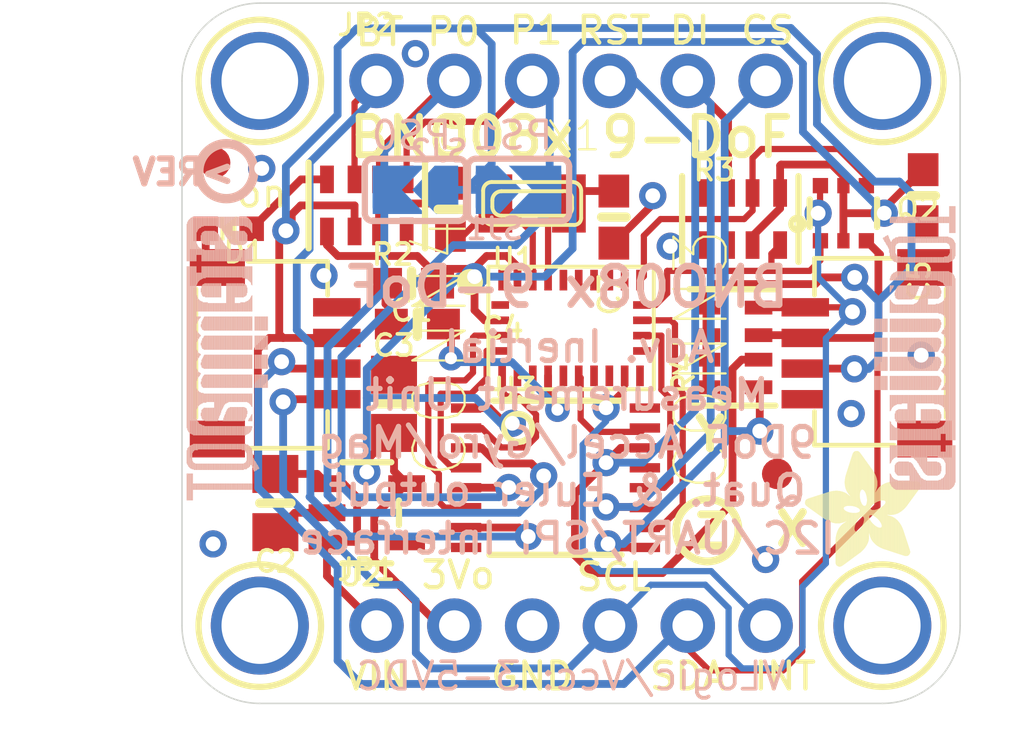
<source format=kicad_pcb>
(kicad_pcb (version 20211014) (generator pcbnew)
  (layers (0 "F.Cu" signal) (31 "B.Cu" signal) (34 "B.Paste" user) (35 "F.Paste" user) (36 "B.SilkS" user "B.Silkscreen") (37 "F.SilkS" user "F.Silkscreen") (38 "B.Mask" user) (39 "F.Mask" user) (44 "Edge.Cuts" user))
  (net 0 "")
  (net 1 "GND")
  (net 2 "SDA/MISO/TX")
  (net 3 "SCL/SCK/RX")
  (net 4 "SCL_3V")
  (net 5 "SDA_3V")
  (net 6 "3.3V")
  (net 7 "INT")
  (net 8 "VCC")
  (net 9 "N$1")
  (net 10 "CAP")
  (net 11 "XIN")
  (net 12 "XOUT")
  (net 13 "RST_3V")
  (net 14 "PS1")
  (net 15 "PS0")
  (net 16 "RST")
  (net 17 "MOSI_3V")
  (net 18 "CS_3V")
  (net 19 "MOSI")
  (net 20 "BOOT")
  (net 21 "BOOT_3V")
  (net 22 "PS1_3V")
  (net 23 "PS0_3V")
  (net 24 "CS")
  (footprint "boardEagle:TSSOP16" (layer "F.Cu") (at 147.9931 109.0676 -90)
    (fp_text reference "U3")
    (fp_text value "74AHC4050")
  )
  (footprint "boardEagle:SOT363" (layer "F.Cu") (at 157.3911 100.4316)
    (fp_text reference "Q2")
    (fp_text value "BSS138")
  )
  (footprint "boardEagle:RESPACK_4X0603" (layer "F.Cu") (at 153.7716 104.8131 90)
    (fp_text reference "R4")
    (fp_text value "10K")
  )
  (footprint "boardEagle:RESPACK_4X0603" (layer "F.Cu") (at 141.8336 100.1776 180)
    (fp_text reference "R2")
    (fp_text value "10K")
  )
  (footprint "boardEagle:SOT23-5" (layer "F.Cu") (at 141.8336 110.2106 -90)
    (fp_text reference "U2")
    (fp_text value "AP2112K-3.3")
  )
  (footprint "boardEagle:1X06_ROUND_70" (layer "F.Cu") (at 148.5011 96.1136)
    (fp_text reference "JP2")
    (fp_text value "")
  )
  (footprint "boardEagle:0805-NO" (layer "F.Cu") (at 142.7226 106.6546 90)
    (fp_text reference "C3")
    (fp_text value "10uF")
  )
  (footprint "boardEagle:FIDUCIAL_1MM" (layer "F.Cu") (at 155.2321 108.9406)
    (fp_text reference "FID4" hide)
    (fp_text value "FIDUCIAL_1MM" hide)
  )
  (footprint "boardEagle:0603-NO" (layer "F.Cu") (at 159.9946 99.8601 -90)
    (fp_text reference "C5")
    (fp_text value "0.1uF")
  )
  (footprint "boardEagle:0603-NO" (layer "F.Cu") (at 144.5641 100.3046 90)
    (fp_text reference "C6")
    (fp_text value "22pF")
  )
  (footprint "boardEagle:ADAFRUIT_3.5MM" (layer "F.Cu") (at 159.9311 111.9886 90)
    (fp_text reference "U$22" hide)
    (fp_text value "" hide)
  )
  (footprint "boardEagle:MOUNTINGHOLE_2.5_PLATED" (layer "F.Cu") (at 138.3411 113.8936)
    (fp_text reference "U$19" hide)
    (fp_text value "MOUNTINGHOLE2.5" hide)
  )
  (footprint "boardEagle:0603-NO" (layer "F.Cu") (at 149.8981 100.5586 -90)
    (fp_text reference "C7")
    (fp_text value "22pF")
  )
  (footprint "boardEagle:JST_SH4" (layer "F.Cu") (at 158.6611 105.0036 90)
    (fp_text reference "CONN3")
    (fp_text value "STEMMA_I2C_QT" hide)
  )
  (footprint "boardEagle:RESPACK_4X0603" (layer "F.Cu") (at 154.0256 100.6221)
    (fp_text reference "R3")
    (fp_text value "10K")
  )
  (footprint "boardEagle:1X06_ROUND_70" (layer "F.Cu") (at 148.5011 113.8936)
    (fp_text reference "JP1")
    (fp_text value "")
  )
  (footprint "boardEagle:XTAL3215" (layer "F.Cu") (at 147.2311 100.1141 180)
    (fp_text reference "X1")
    (fp_text value "32.768")
  )
  (footprint "boardEagle:JST_SH4" (layer "F.Cu") (at 138.3411 105.0036 -90)
    (fp_text reference "CONN4")
    (fp_text value "STEMMA_I2C_QT" hide)
  )
  (footprint "boardEagle:FIDUCIAL_1MM" (layer "F.Cu") (at 136.8806 98.7806)
    (fp_text reference "FID3" hide)
    (fp_text value "FIDUCIAL_1MM" hide)
  )
  (footprint "boardEagle:0603-NO" (layer "F.Cu") (at 143.2941 102.7176 180)
    (fp_text reference "C1")
    (fp_text value "0.1uF")
  )
  (footprint "boardEagle:0805-NO" (layer "F.Cu") (at 138.8491 109.8931 -90)
    (fp_text reference "C2")
    (fp_text value "10uF")
  )
  (footprint "boardEagle:BNO080" (layer "F.Cu") (at 148.5011 104.1781)
    (fp_text reference "U1")
    (fp_text value "BNO080")
  )
  (footprint "boardEagle:MOUNTINGHOLE_2.5_PLATED" (layer "F.Cu") (at 138.3411 96.1136)
    (fp_text reference "U$1" hide)
    (fp_text value "MOUNTINGHOLE2.5" hide)
  )
  (footprint "boardEagle:0603-NO" (layer "F.Cu") (at 143.4846 104.0511)
    (fp_text reference "C4")
    (fp_text value "0.1uF")
  )
  (footprint "boardEagle:CHIPLED_0603_NOOUTLINE" (layer "F.Cu") (at 137.3251 100.9396 90)
    (fp_text reference "D1")
    (fp_text value "GREEN")
  )
  (footprint "boardEagle:MOUNTINGHOLE_2.5_PLATED" (layer "F.Cu") (at 158.6611 96.1136)
    (fp_text reference "U$17" hide)
    (fp_text value "MOUNTINGHOLE2.5" hide)
  )
  (footprint "boardEagle:MOUNTINGHOLE_2.5_PLATED" (layer "F.Cu") (at 158.6611 113.8936)
    (fp_text reference "U$21" hide)
    (fp_text value "MOUNTINGHOLE2.5" hide)
  )
  (footprint "boardEagle:SOLDERJUMPER_ARROW_NOPASTE" (layer "B.Cu") (at 143.4211 99.6696 180)
    (fp_text reference "SJ2")
    (fp_text value "PS0")
  )
  (footprint "boardEagle:PCBFEAT-REV-040" (layer "B.Cu") (at 137.2489 99.06 180)
    (fp_text reference "U$25" hide)
    (fp_text value "" hide)
  )
  (footprint "boardEagle:STEMMAQT" (layer "B.Cu") (at 138.5951 100.5586 -90)
    (fp_text reference "U$31" hide)
    (fp_text value "" hide)
  )
  (footprint "boardEagle:STEMMAQT" (layer "B.Cu") (at 158.4071 109.4486 90)
    (fp_text reference "U$30" hide)
    (fp_text value "" hide)
  )
  (footprint "boardEagle:SOLDERJUMPER_ARROW_NOPASTE" (layer "B.Cu") (at 146.7866 99.6696)
    (fp_text reference "SJ1")
    (fp_text value "PS1")
  )
  (gr_arc (start 151.9341 110.7831) (mid 152.23168 110.06468) (end 152.9501 109.7671) (layer "F.SilkS") (width 0.254))
  (gr_arc (start 152.9501 111.7991) (mid 152.23168 111.50152) (end 151.9341 110.7831) (layer "F.SilkS") (width 0.254))
  (gr_arc (start 152.9501 109.7671) (mid 153.673733 110.059467) (end 153.9661 110.7831) (layer "F.SilkS") (width 0.254))
  (gr_arc (start 153.9661 110.7831) (mid 153.66852 111.50152) (end 152.9501 111.7991) (layer "F.SilkS") (width 0.254))
  (gr_line (start 135.8011 96.1136) (end 135.8011 113.8936) (layer "Edge.Cuts") (width 0.05))
  (gr_line (start 161.2011 113.8936) (end 161.2011 96.1136) (layer "Edge.Cuts") (width 0.05))
  (gr_line (start 138.3411 116.4336) (end 158.6611 116.4336) (layer "Edge.Cuts") (width 0.05))
  (gr_arc (start 158.6611 93.5736) (mid 160.457151 94.317549) (end 161.2011 96.1136) (layer "Edge.Cuts") (width 0.05))
  (gr_arc (start 135.8011 96.1136) (mid 136.545049 94.317549) (end 138.3411 93.5736) (layer "Edge.Cuts") (width 0.05))
  (gr_arc (start 161.2011 113.8936) (mid 160.457151 115.689651) (end 158.6611 116.4336) (layer "Edge.Cuts") (width 0.05))
  (gr_line (start 158.6611 93.5736) (end 138.3411 93.5736) (layer "Edge.Cuts") (width 0.05))
  (gr_arc (start 138.3411 116.4336) (mid 136.545049 115.689651) (end 135.8011 113.8936) (layer "Edge.Cuts") (width 0.05))
  (gr_text "PS0" (at 143.2941 97.8916) (layer "B.SilkS") (effects (font (size 0.89408 0.89408) (thickness 0.12192)) (justify mirror)))
  (gr_text "BNO08x 9-DoF" (at 148.3741 102.8446) (layer "B.SilkS") (effects (font (size 1.25222 1.25222) (thickness 0.22098)) (justify mirror)))
  (gr_text "Adv. Inertial \nMeasurement Unit\n9DoF Accel/Gyro/Mag\nQuat. & Euler output\nI2C/UART/SPI Interface" (at 148.3741 107.9246) (layer "B.SilkS") (effects (font (size 0.97155 0.97155) (thickness 0.17145)) (justify mirror)))
  (gr_text "VLogic/Vcc: 3-5VDC" (at 148.5011 115.5446) (layer "B.SilkS") (effects (font (size 0.89408 0.89408) (thickness 0.12192)) (justify mirror)))
  (gr_text "PS1" (at 146.5961 97.8916) (layer "B.SilkS") (effects (font (size 0.89408 0.89408) (thickness 0.12192)) (justify mirror)))
  (gr_text "CS" (at 154.9146 94.4626) (layer "F.SilkS") (effects (font (size 0.87376 0.87376) (thickness 0.14224))))
  (gr_text "INT" (at 155.4861 115.5446) (layer "F.SilkS") (effects (font (size 0.87376 0.87376) (thickness 0.14224))))
  (gr_text "SDA" (at 152.3111 115.5446) (layer "F.SilkS") (effects (font (size 0.87376 0.87376) (thickness 0.14224))))
  (gr_text "Y" (at 152.4341 108.2411) (layer "F.SilkS") (effects (font (size 1.016 1.016) (thickness 0.254)) (justify left bottom)))
  (gr_text "P1" (at 147.3581 94.4626) (layer "F.SilkS") (effects (font (size 0.87376 0.87376) (thickness 0.14224))))
  (gr_text "on" (at 137.5156 100.3046) (layer "F.SilkS") (effects (font (size 0.89408 0.89408) (thickness 0.12192)) (justify left bottom)))
  (gr_text "P0" (at 144.6657 94.5134) (layer "F.SilkS") (effects (font (size 0.87376 0.87376) (thickness 0.14224))))
  (gr_text "X" (at 156.3791 110.1481) (layer "F.SilkS") (effects (font (size 1.016 1.016) (thickness 0.254)) (justify right top)))
  (gr_text "GND" (at 147.2311 115.5446) (layer "F.SilkS") (effects (font (size 0.87376 0.87376) (thickness 0.14224))))
  (gr_text "3Vo" (at 144.8181 112.2426) (layer "F.SilkS") (effects (font (size 0.87376 0.87376) (thickness 0.14224))))
  (gr_text "DI" (at 152.3746 94.4626) (layer "F.SilkS") (effects (font (size 0.87376 0.87376) (thickness 0.14224))))
  (gr_text "Z" (at 152.4341 111.4161) (layer "F.SilkS") (effects (font (size 1.016 1.016) (thickness 0.254)) (justify left bottom)))
  (gr_text "BT" (at 142.2527 94.5134) (layer "F.SilkS") (effects (font (size 0.87376 0.87376) (thickness 0.14224))))
  (gr_text "BNO08x 9-DoF" (at 148.5011 97.9551) (layer "F.SilkS") (effects (font (size 1.25222 1.25222) (thickness 0.22098))))
  (gr_text "RST" (at 149.8981 94.4626) (layer "F.SilkS") (effects (font (size 0.87376 0.87376) (thickness 0.14224))))
  (gr_text "SCL" (at 149.8981 112.3061) (layer "F.SilkS") (effects (font (size 0.87376 0.87376) (thickness 0.14224))))
  (gr_text "VIN" (at 142.1511 115.5446) (layer "F.SilkS") (effects (font (size 0.87376 0.87376) (thickness 0.14224))))
  (segment (start 136.5751 101.8236) (end 136.9551 102.2036) (width 0.254) (layer "F.Cu") (net 1))
  (segment (start 139.4816 110.2106) (end 138.8491 110.8431) (width 0.254) (layer "F.Cu") (net 1))
  (segment (start 143.9046 100.1141) (end 144.5641 99.4546) (width 0.254) (layer "F.Cu") (net 1))
  (segment (start 151.1681 100.1386) (end 151.1681 99.8601) (width 0.254) (layer "F.Cu") (net 1))
  (segment (start 142.2336 100.1141) (end 143.9046 100.1141) (width 0.254) (layer "F.Cu") (net 1))
  (segment (start 142.6346 103.5821) (end 142.4441 103.3916) (width 0.254) (layer "F.Cu") (net 1))
  (segment (start 142.4441 103.3916) (end 142.4441 102.7176) (width 0.254) (layer "F.Cu") (net 1))
  (segment (start 136.5751 100.9396) (end 136.5751 101.8236) (width 0.254) (layer "F.Cu") (net 1))
  (segment (start 142.6346 104.0511) (end 142.6346 103.5821) (width 0.254) (layer "F.Cu") (net 1))
  (segment (start 142.2336 101.0276) (end 142.2336 100.1141) (width 0.254) (layer "F.Cu") (net 1))
  (segment (start 140.5335 110.2106) (end 139.4816 110.2106) (width 0.254) (layer "F.Cu") (net 1))
  (segment (start 149.8981 101.4086) (end 151.1681 100.1386) (width 0.254) (layer "F.Cu") (net 1))
  (via (at 140.4366 102.4636) (size 0.889) (drill 0.4826) (layers "F.Cu" "B.Cu") (net 1))
  (via (at 159.9311 105.0671) (size 0.889) (drill 0.4826) (layers "F.Cu" "B.Cu") (net 1))
  (via (at 138.4046 98.9711) (size 0.889) (drill 0.4826) (layers "F.Cu" "B.Cu") (net 1))
  (via (at 157.6451 106.9721) (size 0.889) (drill 0.4826) (layers "F.Cu" "B.Cu") (net 1))
  (via (at 136.8171 111.2266) (size 0.889) (drill 0.4826) (layers "F.Cu" "B.Cu") (net 1))
  (via (at 151.1681 99.8601) (size 0.889) (drill 0.4826) (layers "F.Cu" "B.Cu") (net 1))
  (via (at 154.8511 111.7346) (size 0.889) (drill 0.4826) (layers "F.Cu" "B.Cu") (net 1))
  (via (at 151.7396 101.5111) (size 0.889) (drill 0.4826) (layers "F.Cu" "B.Cu") (net 1))
  (via (at 143.4211 95.2246) (size 0.889) (drill 0.4826) (layers "F.Cu" "B.Cu") (net 1))
  (segment (start 152.3111 114.6556) (end 153.0096 115.3541) (width 0.2032) (layer "F.Cu") (net 2))
  (segment (start 156.0566 104.4131) (end 156.1471 104.5036) (width 0.254) (layer "F.Cu") (net 2))
  (segment (start 158.50235 104.40035) (end 158.3991 104.5036) (width 0.254) (layer "F.Cu") (net 2))
  (segment (start 158.5341 101.7761) (end 158.5341 104.3686) (width 0.254) (layer "F.Cu") (net 2))
  (segment (start 158.3991 104.5036) (end 156.1471 104.5036) (width 0.254) (layer "F.Cu") (net 2))
  (segment (start 152.3111 113.8936) (end 152.3111 114.6556) (width 0.2032) (layer "F.Cu") (net 2))
  (segment (start 158.50235 109.98835) (end 158.50235 104.40035) (width 0.2032) (layer "F.Cu") (net 2))
  (segment (start 158.1411 101.3316) (end 158.5856 101.7761) (width 0.254) (layer "F.Cu") (net 2))
  (segment (start 155.4226 115.3541) (end 156.0449 114.7318) (width 0.2032) (layer "F.Cu") (net 2))
  (segment (start 139.2776 105.5036) (end 139.0523 105.2783) (width 0.254) (layer "F.Cu") (net 2))
  (segment (start 156.0449 114.7318) (end 156.0449 112.4458) (width 0.2032) (layer "F.Cu") (net 2))
  (segment (start 140.8551 105.5036) (end 139.2776 105.5036) (width 0.254) (layer "F.Cu") (net 2))
  (segment (start 156.0449 112.4458) (end 158.50235 109.98835) (width 0.2032) (layer "F.Cu") (net 2))
  (segment (start 158.5341 101.7761) (end 158.5856 101.7761) (width 0.254) (layer "F.Cu") (net 2))
  (segment (start 154.6216 104.4131) (end 156.0566 104.4131) (width 0.254) (layer "F.Cu") (net 2))
  (segment (start 158.5341 104.3686) (end 158.50235 104.40035) (width 0.254) (layer "F.Cu") (net 2))
  (segment (start 153.0096 115.3541) (end 155.4226 115.3541) (width 0.2032) (layer "F.Cu") (net 2))
  (via (at 139.0523 105.2783) (size 0.889) (drill 0.4826) (layers "F.Cu" "B.Cu") (net 2))
  (segment (start 138.2903 109.3978) (end 140.8811 111.9886) (width 0.254) (layer "B.Cu") (net 2))
  (segment (start 138.2903 106.0403) (end 138.2903 109.3978) (width 0.254) (layer "B.Cu") (net 2))
  (segment (start 141.6431 115.7986) (end 150.225312 115.7986) (width 0.254) (layer "B.Cu") (net 2))
  (segment (start 139.0523 105.2783) (end 138.2903 106.0403) (width 0.254) (layer "B.Cu") (net 2))
  (segment (start 152.130312 113.8936) (end 152.3111 113.8936) (width 0.254) (layer "B.Cu") (net 2))
  (segment (start 150.225312 115.7986) (end 152.130312 113.8936) (width 0.254) (layer "B.Cu") (net 2))
  (segment (start 140.8811 111.9886) (end 140.8811 115.0366) (width 0.254) (layer "B.Cu") (net 2))
  (segment (start 140.8811 115.0366) (end 141.6431 115.7986) (width 0.254) (layer "B.Cu") (net 2))
  (segment (start 157.5421 103.5036) (end 156.1471 103.5036) (width 0.2032) (layer "F.Cu") (net 3))
  (segment (start 139.1906 106.5036) (end 139.1031 106.5911) (width 0.254) (layer "F.Cu") (net 3))
  (segment (start 156.6411 99.5316) (end 156.6291 99.5436) (width 0.2032) (layer "F.Cu") (net 3))
  (segment (start 154.6216 103.5131) (end 154.6311 103.5036) (width 0.254) (layer "F.Cu") (net 3))
  (segment (start 156.5656 100.4316) (end 156.6291 100.3681) (width 0.2032) (layer "F.Cu") (net 3))
  (segment (start 140.8551 106.5036) (end 139.1906 106.5036) (width 0.254) (layer "F.Cu") (net 3))
  (segment (start 157.687153 103.648654) (end 157.5421 103.5036) (width 0.2032) (layer "F.Cu") (net 3))
  (segment (start 154.6311 103.5036) (end 155.9306 103.5036) (width 0.254) (layer "F.Cu") (net 3))
  (segment (start 156.6291 99.5436) (end 156.6291 100.3681) (width 0.2032) (layer "F.Cu") (net 3))
  (segment (start 155.9306 103.5036) (end 156.1471 103.5036) (width 0.2032) (layer "F.Cu") (net 3))
  (via (at 157.687153 103.648654) (size 0.889) (drill 0.4826) (layers "F.Cu" "B.Cu") (net 3))
  (via (at 156.5656 100.4316) (size 0.889) (drill 0.4826) (layers "F.Cu" "B.Cu") (net 3))
  (via (at 139.1031 106.5911) (size 0.889) (drill 0.4826) (layers "F.Cu" "B.Cu") (net 3))
  (segment (start 143.4338 113.0808) (end 143.4338 114.7826) (width 0.254) (layer "B.Cu") (net 3))
  (segment (start 156.0576 114.5921) (end 156.0576 112.6236) (width 0.2032) (layer "B.Cu") (net 3))
  (segment (start 139.1031 109.5121) (end 142.1511 112.5601) (width 0.254) (layer "B.Cu") (net 3))
  (segment (start 142.9131 112.5601) (end 143.4338 113.0808) (width 0.254) (layer "B.Cu") (net 3))
  (segment (start 154.0891 115.2906) (end 155.3591 115.2906) (width 0.2032) (layer "B.Cu") (net 3))
  (segment (start 148.4376 115.2906) (end 149.7711 113.9571) (width 0.254) (layer "B.Cu") (net 3))
  (segment (start 143.4338 114.7826) (end 143.9418 115.2906) (width 0.254) (layer "B.Cu") (net 3))
  (segment (start 149.7711 113.8936) (end 151.1046 112.5601) (width 0.2032) (layer "B.Cu") (net 3))
  (segment (start 156.8196 111.8616) (end 156.8196 104.516207) (width 0.2032) (layer "B.Cu") (net 3))
  (segment (start 142.1511 112.5601) (end 142.9131 112.5601) (width 0.254) (layer "B.Cu") (net 3))
  (segment (start 157.687153 103.648654) (end 156.5656 102.5271) (width 0.2032) (layer "B.Cu") (net 3))
  (segment (start 153.6446 113.3221) (end 153.6446 114.8461) (width 0.2032) (layer "B.Cu") (net 3))
  (segment (start 143.9418 115.2906) (end 148.4376 115.2906) (width 0.254) (layer "B.Cu") (net 3))
  (segment (start 153.6446 114.8461) (end 154.0891 115.2906) (width 0.2032) (layer "B.Cu") (net 3))
  (segment (start 139.1031 106.5911) (end 139.1031 109.5121) (width 0.254) (layer "B.Cu") (net 3))
  (segment (start 156.8196 104.516207) (end 157.687153 103.648654) (width 0.2032) (layer "B.Cu") (net 3))
  (segment (start 155.3591 115.2906) (end 156.0576 114.5921) (width 0.2032) (layer "B.Cu") (net 3))
  (segment (start 156.0576 112.6236) (end 156.8196 111.8616) (width 0.2032) (layer "B.Cu") (net 3))
  (segment (start 149.7711 113.9571) (end 149.7711 113.8936) (width 0.254) (layer "B.Cu") (net 3))
  (segment (start 152.8826 112.5601) (end 153.6446 113.3221) (width 0.2032) (layer "B.Cu") (net 3))
  (segment (start 151.1046 112.5601) (end 152.8826 112.5601) (width 0.2032) (layer "B.Cu") (net 3))
  (segment (start 156.5656 100.4316) (end 156.5656 102.5271) (width 0.2032) (layer "B.Cu") (net 3))
  (segment (start 155.0416 101.7561) (end 155.0416 102.3141) (width 0.2032) (layer "F.Cu") (net 4))
  (segment (start 151.6391 102.3141) (end 151.6391 103.0471) (width 0.2032) (layer "F.Cu") (net 4))
  (segment (start 156.6411 101.3316) (end 156.6411 101.9666) (width 0.2032) (layer "F.Cu") (net 4))
  (segment (start 155.3256 101.4721) (end 155.0416 101.7561) (width 0.2032) (layer "F.Cu") (net 4))
  (segment (start 156.2936 102.3141) (end 155.0416 102.3141) (width 0.2032) (layer "F.Cu") (net 4))
  (segment (start 156.6411 101.9666) (end 156.2936 102.3141) (width 0.2032) (layer "F.Cu") (net 4))
  (segment (start 155.0416 102.3141) (end 151.6391 102.3141) (width 0.2032) (layer "F.Cu") (net 4))
  (segment (start 150.8136 103.4281) (end 151.2581 103.4281) (width 0.2032) (layer "F.Cu") (net 4))
  (segment (start 151.6391 103.0471) (end 151.2581 103.4281) (width 0.2032) (layer "F.Cu") (net 4))
  (segment (start 154.1526 100.6221) (end 154.4256 100.3491) (width 0.2032) (layer "F.Cu") (net 5))
  (segment (start 150.8781 101.1661) (end 151.4221 100.6221) (width 0.2032) (layer "F.Cu") (net 5))
  (segment (start 150.8781 101.1661) (end 150.8781 102.4886) (width 0.2032) (layer "F.Cu") (net 5))
  (segment (start 154.7241 98.3361) (end 154.4256 98.6346) (width 0.2032) (layer "F.Cu") (net 5))
  (segment (start 150.7511 102.6156) (end 150.8781 102.4886) (width 0.2032) (layer "F.Cu") (net 5))
  (segment (start 154.4256 98.6346) (end 154.4256 99.7721) (width 0.2032) (layer "F.Cu") (net 5))
  (segment (start 158.1411 99.5316) (end 158.1411 99.2131) (width 0.254) (layer "F.Cu") (net 5))
  (segment (start 157.2641 98.3361) (end 154.7241 98.3361) (width 0.2032) (layer "F.Cu") (net 5))
  (segment (start 158.1411 99.2131) (end 157.2641 98.3361) (width 0.254) (layer "F.Cu") (net 5))
  (segment (start 154.4256 100.3491) (end 154.4256 99.7721) (width 0.2032) (layer "F.Cu") (net 5))
  (segment (start 151.4221 100.6221) (end 154.1526 100.6221) (width 0.2032) (layer "F.Cu") (net 5))
  (segment (start 155.3256 98.8776) (end 155.3591 98.8441) (width 0.254) (layer "F.Cu") (net 6))
  (segment (start 140.8901 101.8286) (end 140.5336 101.4721) (width 0.254) (layer "F.Cu") (net 6))
  (segment (start 144.207225 113.8936) (end 142.0765 111.762875) (width 0.254) (layer "F.Cu") (net 6))
  (segment (start 155.3591 98.8441) (end 157.0101 98.8441) (width 0.254) (layer "F.Cu") (net 6))
  (segment (start 154.4256 101.1746) (end 154.4256 101.4721) (width 0.254) (layer "F.Cu") (net 6))
  (segment (start 146.1886 103.9281) (end 145.6806 103.9281) (width 0.254) (layer "F.Cu") (net 6))
  (segment (start 145.3261 102.2486) (end 145.0721 102.5026) (width 0.254) (layer "F.Cu") (net 6))
  (segment (start 158.7246 100.4316) (end 157.4546 100.4316) (width 0.254) (layer "F.Cu") (net 6))
  (segment (start 155.3256 100.2746) (end 154.4256 101.1746) (width 0.254) (layer "F.Cu") (net 6))
  (segment (start 146.3343 107.2896) (end 145.8373 106.7926) (width 0.254) (layer "F.Cu") (net 6))
  (segment (start 145.0721 102.5026) (end 145.3506 102.5026) (width 0.254) (layer "F.Cu") (net 6))
  (segment (start 158.7246 100.2801) (end 158.7246 100.4316) (width 0.254) (layer "F.Cu") (net 6))
  (segment (start 157.0101 98.8441) (end 157.3911 99.2251) (width 0.254) (layer "F.Cu") (net 6))
  (segment (start 157.3911 101.3316) (end 157.3911 100.3681) (width 0.254) (layer "F.Cu") (net 6))
  (segment (start 143.9046 102.2486) (end 144.6131 102.2486) (width 0.254) (layer "F.Cu") (net 6))
  (segment (start 142.7226 108.8495) (end 142.7226 107.6046) (width 0.254) (layer "F.Cu") (net 6))
  (segment (start 145.0753 106.7926) (end 145.8373 106.7926) (width 0.254) (layer "F.Cu") (net 6))
  (segment (start 157.3911 99.2251) (end 157.3911 99.5316) (width 0.254) (layer "F.Cu") (net 6))
  (segment (start 143.1337 109.2606) (end 142.0765 110.3178) (width 0.254) (layer "F.Cu") (net 6))
  (segment (start 143.4846 101.8286) (end 143.9046 102.2486) (width 0.254) (layer "F.Cu") (net 6))
  (segment (start 157.3911 100.3681) (end 157.3911 99.5316) (width 0.254) (layer "F.Cu") (net 6))
  (segment (start 157.4546 100.4316) (end 157.3911 100.3681) (width 0.254) (layer "F.Cu") (net 6))
  (segment (start 159.9946 99.0101) (end 158.7246 100.2801) (width 0.254) (layer "F.Cu") (net 6))
  (segment (start 145.7461 101.8286) (end 145.3261 102.2486) (width 0.254) (layer "F.Cu") (net 6))
  (segment (start 142.7226 107.6046) (end 141.8336 108.4936) (width 0.254) (layer "F.Cu") (net 6))
  (segment (start 140.5336 101.0276) (end 140.5336 101.4721) (width 0.254) (layer "F.Cu") (net 6))
  (segment (start 142.0765 110.3178) (end 142.0765 111.762875) (width 0.254) (layer "F.Cu") (net 6))
  (segment (start 155.3256 99.7721) (end 155.3256 98.8776) (width 0.254) (layer "F.Cu") (net 6))
  (segment (start 155.3256 99.7721) (end 155.3256 100.2746) (width 0.254) (layer "F.Cu") (net 6))
  (segment (start 143.4846 101.8286) (end 140.8901 101.8286) (width 0.254) (layer "F.Cu") (net 6))
  (segment (start 144.6131 102.2486) (end 145.3261 102.2486) (width 0.254) (layer "F.Cu") (net 6))
  (segment (start 145.6806 103.9281) (end 145.3506 103.5981) (width 0.254) (layer "F.Cu") (net 6))
  (segment (start 141.8336 108.8771) (end 141.8336 108.4936) (width 0.254) (layer "F.Cu") (net 6))
  (segment (start 145.3506 103.5981) (end 145.3506 102.5026) (width 0.254) (layer "F.Cu") (net 6))
  (segment (start 146.7511 102.6156) (end 146.7511 102.1741) (width 0.254) (layer "F.Cu") (net 6))
  (segment (start 144.6911 113.8936) (end 144.207225 113.8936) (width 0.254) (layer "F.Cu") (net 6))
  (segment (start 146.4056 101.8286) (end 145.7461 101.8286) (width 0.254) (layer "F.Cu") (net 6))
  (segment (start 146.5834 107.2896) (end 146.3343 107.2896) (width 0.254) (layer "F.Cu") (net 6))
  (segment (start 143.1337 109.2606) (end 142.7226 108.8495) (width 0.254) (layer "F.Cu") (net 6))
  (segment (start 144.1441 102.7176) (end 144.6131 102.2486) (width 0.254) (layer "F.Cu") (net 6))
  (segment (start 146.7511 102.1741) (end 146.4056 101.8286) (width 0.254) (layer "F.Cu") (net 6))
  (via (at 145.3506 102.5026) (size 0.889) (drill 0.4826) (layers "F.Cu" "B.Cu") (net 6))
  (via (at 158.7246 100.4316) (size 0.889) (drill 0.4826) (layers "F.Cu" "B.Cu") (net 6))
  (via (at 146.5834 107.2896) (size 0.889) (drill 0.4826) (layers "F.Cu" "B.Cu") (net 6))
  (via (at 141.8336 108.8771) (size 0.889) (drill 0.4826) (layers "F.Cu" "B.Cu") (net 6))
  (segment (start 141.8336 106.4641) (end 141.8336 108.8771) (width 0.254) (layer "B.Cu") (net 6))
  (segment (start 148.8821 94.8436) (end 155.3591 94.8436) (width 0.254) (layer "B.Cu") (net 6))
  (segment (start 144.8426 102.5026) (end 141.8336 105.5116) (width 0.254) (layer "B.Cu") (net 6))
  (segment (start 155.3591 94.8436) (end 156.0703 95.5548) (width 0.254) (layer "B.Cu") (net 6))
  (segment (start 148.5519 95.1738) (end 148.8821 94.8436) (width 0.254) (layer "B.Cu") (net 6))
  (segment (start 148.5519 101.5873) (end 148.5519 95.1738) (width 0.254) (layer "B.Cu") (net 6))
  (segment (start 146.5834 107.2896) (end 146.2024 107.2896) (width 0.254) (layer "B.Cu") (net 6))
  (segment (start 145.3506 102.5026) (end 144.8426 102.5026) (width 0.254) (layer "B.Cu") (net 6))
  (segment (start 156.0703 97.7773) (end 158.7246 100.4316) (width 0.254) (layer "B.Cu") (net 6))
  (segment (start 145.3769 106.4641) (end 141.8336 106.4641) (width 0.254) (layer "B.Cu") (net 6))
  (segment (start 148.5519 101.5873) (end 147.6366 102.5026) (width 0.254) (layer "B.Cu") (net 6))
  (segment (start 141.8336 105.5116) (end 141.8336 106.4641) (width 0.254) (layer "B.Cu") (net 6))
  (segment (start 146.2024 107.2896) (end 145.3769 106.4641) (width 0.254) (layer "B.Cu") (net 6))
  (segment (start 156.0703 95.5548) (end 156.0703 97.7773) (width 0.254) (layer "B.Cu") (net 6))
  (segment (start 145.3506 102.5026) (end 147.6366 102.5026) (width 0.254) (layer "B.Cu") (net 6))
  (segment (start 150.2511 105.7406) (end 150.2511 106.1746) (width 0.2032) (layer "F.Cu") (net 7))
  (segment (start 150.2511 106.1746) (end 149.6441 106.7816) (width 0.2032) (layer "F.Cu") (net 7))
  (via (at 149.6441 106.7816) (size 0.889) (drill 0.4826) (layers "F.Cu" "B.Cu") (net 7))
  (segment (start 148.8821 111.5441) (end 149.4536 112.1156) (width 0.2032) (layer "B.Cu") (net 7))
  (segment (start 149.6441 107.2261) (end 148.8821 107.9881) (width 0.2032) (layer "B.Cu") (net 7))
  (segment (start 153.0731 112.1156) (end 154.8511 113.8936) (width 0.2032) (layer "B.Cu") (net 7))
  (segment (start 149.6441 106.7816) (end 149.6441 107.2261) (width 0.2032) (layer "B.Cu") (net 7))
  (segment (start 149.4536 112.1156) (end 153.0731 112.1156) (width 0.2032) (layer "B.Cu") (net 7))
  (segment (start 148.8821 107.9881) (end 148.8821 111.5441) (width 0.2032) (layer "B.Cu") (net 7))
  (segment (start 152.9216 104.4131) (end 152.9216 103.5131) (width 0.254) (layer "F.Cu") (net 8))
  (segment (start 138.2776 108.3716) (end 138.8491 108.9431) (width 0.254) (layer "F.Cu") (net 8))
  (segment (start 140.8551 104.5036) (end 139.1031 104.5036) (width 0.254) (layer "F.Cu") (net 8))
  (segment (start 152.9216 106.1131) (end 152.9216 105.2131) (width 0.254) (layer "F.Cu") (net 8))
  (segment (start 138.9761 104.3766) (end 139.1031 104.5036) (width 0.254) (layer "F.Cu") (net 8))
  (segment (start 139.3825 100.8126) (end 139.3825 100.4697) (width 0.254) (layer "F.Cu") (net 8))
  (segment (start 139.1031 104.5036) (end 138.6506 104.5036) (width 0.254) (layer "F.Cu") (net 8))
  (segment (start 156.472462 102.7459) (end 156.691262 102.5271) (width 0.254) (layer "F.Cu") (net 8))
  (segment (start 140.5335 112.276) (end 140.5335 111.1606) (width 0.254) (layer "F.Cu") (net 8))
  (segment (start 156.1471 105.5036) (end 157.74505 105.5036) (width 0.254) (layer "F.Cu") (net 8))
  (segment (start 139.192 101.0031) (end 139.3825 100.8126) (width 0.254) (layer "F.Cu") (net 8))
  (segment (start 140.5335 109.2606) (end 140.216 108.9431) (width 0.254) (layer "F.Cu") (net 8))
  (segment (start 139.6746 100.1776) (end 139.3825 100.4697) (width 0.254) (layer "F.Cu") (net 8))
  (segment (start 156.691262 102.5271) (end 157.7594 102.5271) (width 0.254) (layer "F.Cu") (net 8))
  (segment (start 140.216 108.9431) (end 138.8491 108.9431) (width 0.254) (layer "F.Cu") (net 8))
  (segment (start 141.4336 100.1776) (end 139.6746 100.1776) (width 0.254) (layer "F.Cu") (net 8))
  (segment (start 157.74505 105.5036) (end 157.75305 105.5116) (width 0.254) (layer "F.Cu") (net 8))
  (segment (start 138.6506 104.5036) (end 138.2776 104.8766) (width 0.254) (layer "F.Cu") (net 8))
  (segment (start 152.9216 103.5131) (end 152.9216 102.9961) (width 0.254) (layer "F.Cu") (net 8))
  (segment (start 153.1718 102.7459) (end 156.472462 102.7459) (width 0.254) (layer "F.Cu") (net 8))
  (segment (start 139.192 101.0031) (end 138.9761 101.219) (width 0.254) (layer "F.Cu") (net 8))
  (segment (start 138.9761 101.219) (end 138.9761 104.3766) (width 0.254) (layer "F.Cu") (net 8))
  (segment (start 152.9216 102.9961) (end 153.1718 102.7459) (width 0.254) (layer "F.Cu") (net 8))
  (segment (start 141.0716 109.2606) (end 140.5335 109.2606) (width 0.254) (layer "F.Cu") (net 8))
  (segment (start 141.5161 109.7051) (end 141.5161 111.0971) (width 0.254) (layer "F.Cu") (net 8))
  (segment (start 138.2776 104.8766) (end 138.2776 108.3716) (width 0.254) (layer "F.Cu") (net 8))
  (segment (start 141.5161 111.0971) (end 141.4526 111.1606) (width 0.254) (layer "F.Cu") (net 8))
  (segment (start 141.4336 101.0276) (end 141.4336 100.1776) (width 0.254) (layer "F.Cu") (net 8))
  (segment (start 141.0716 109.2606) (end 141.5161 109.7051) (width 0.254) (layer "F.Cu") (net 8))
  (segment (start 152.9216 105.2131) (end 152.9216 104.4131) (width 0.254) (layer "F.Cu") (net 8))
  (segment (start 142.1511 113.8936) (end 140.5335 112.276) (width 0.254) (layer "F.Cu") (net 8))
  (segment (start 141.4526 111.1606) (end 140.5335 111.1606) (width 0.254) (layer "F.Cu") (net 8))
  (via (at 139.192 101.0031) (size 0.889) (drill 0.4826) (layers "F.Cu" "B.Cu") (net 8))
  (via (at 157.7594 102.5271) (size 0.889) (drill 0.4826) (layers "F.Cu" "B.Cu") (net 8))
  (via (at 157.75305 105.5116) (size 0.889) (drill 0.4826) (layers "F.Cu" "B.Cu") (net 8))
  (segment (start 157.7594 102.5271) (end 158.5341 103.3018) (width 0.254) (layer "B.Cu") (net 8))
  (segment (start 157.75305 105.5116) (end 158.2166 105.5116) (width 0.254) (layer "B.Cu") (net 8))
  (segment (start 158.5341 103.3018) (end 159.6136 102.2223) (width 0.254) (layer "B.Cu") (net 8))
  (segment (start 159.6136 99.7966) (end 159.2166 99.3996) (width 0.254) (layer "B.Cu") (net 8))
  (segment (start 145.399312 94.3991) (end 145.386612 94.3864) (width 0.254) (layer "B.Cu") (net 8))
  (segment (start 141.506387 94.3991) (end 140.8811 95.024388) (width 0.254) (layer "B.Cu") (net 8))
  (segment (start 140.8811 97.221857) (end 139.192 98.910957) (width 0.254) (layer "B.Cu") (net 8))
  (segment (start 145.9103 94.910088) (end 145.399312 94.3991) (width 0.254) (layer "B.Cu") (net 8))
  (segment (start 144.4371 99.6696) (end 145.0721 99.6696) (width 0.254) (layer "B.Cu") (net 8))
  (segment (start 159.2166 99.3996) (end 158.408437 99.3996) (width 0.254) (layer "B.Cu") (net 8))
  (segment (start 155.675481 94.3864) (end 156.5275 95.238419) (width 0.254) (layer "B.Cu") (net 8))
  (segment (start 139.192 98.910957) (end 139.192 101.0031) (width 0.254) (layer "B.Cu") (net 8))
  (segment (start 145.0721 99.6696) (end 145.7706 99.6696) (width 0.254) (layer "B.Cu") (net 8))
  (segment (start 156.5275 97.518663) (end 156.5275 95.238419) (width 0.254) (layer "B.Cu") (net 8))
  (segment (start 141.506387 94.3991) (end 145.399312 94.3991) (width 0.254) (layer "B.Cu") (net 8))
  (segment (start 158.5341 105.1941) (end 158.5341 103.3018) (width 0.254) (layer "B.Cu") (net 8))
  (segment (start 158.408437 99.3996) (end 156.5275 97.518663) (width 0.254) (layer "B.Cu") (net 8))
  (segment (start 145.386612 94.3864) (end 155.675481 94.3864) (width 0.254) (layer "B.Cu") (net 8))
  (segment (start 159.6136 102.2223) (end 159.6136 99.7966) (width 0.254) (layer "B.Cu") (net 8))
  (segment (start 145.9103 98.8314) (end 145.9103 94.910088) (width 0.254) (layer "B.Cu") (net 8))
  (segment (start 145.0721 99.6696) (end 145.9103 98.8314) (width 0.254) (layer "B.Cu") (net 8))
  (segment (start 140.8811 95.024388) (end 140.8811 97.221857) (width 0.254) (layer "B.Cu") (net 8))
  (segment (start 158.2166 105.5116) (end 158.5341 105.1941) (width 0.254) (layer "B.Cu") (net 8))
  (segment (start 139.6871 99.3276) (end 138.0751 100.9396) (width 0.254) (layer "F.Cu") (net 9))
  (segment (start 140.5336 99.3276) (end 139.6871 99.3276) (width 0.254) (layer "F.Cu") (net 9))
  (segment (start 144.580537 104.297038) (end 144.580537 105.16635) (width 0.254) (layer "F.Cu") (net 10))
  (segment (start 148.0566 106.8451) (end 147.7511 106.5396) (width 0.254) (layer "F.Cu") (net 10))
  (segment (start 147.7511 106.5396) (end 147.7511 105.7406) (width 0.254) (layer "F.Cu") (net 10))
  (segment (start 144.3346 104.0511) (end 144.580537 104.297038) (width 0.254) (layer "F.Cu") (net 10))
  (via (at 144.580537 105.16635) (size 0.8001) (drill 0.3937) (layers "F.Cu" "B.Cu") (net 10))
  (via (at 148.0566 106.8451) (size 0.8001) (drill 0.3937) (layers "F.Cu" "B.Cu") (net 10))
  (segment (start 146.56835 105.29335) (end 144.707537 105.29335) (width 0.254) (layer "B.Cu") (net 10))
  (segment (start 148.0566 106.7816) (end 146.56835 105.29335) (width 0.254) (layer "B.Cu") (net 10))
  (segment (start 148.0566 106.8451) (end 148.0566 106.7816) (width 0.254) (layer "B.Cu") (net 10))
  (segment (start 144.580537 105.16635) (end 144.707537 105.29335) (width 0.254) (layer "B.Cu") (net 10))
  (segment (start 144.5641 101.1546) (end 144.9906 101.1546) (width 0.2032) (layer "F.Cu") (net 11))
  (segment (start 147.2511 101.0866) (end 146.2786 100.1141) (width 0.2032) (layer "F.Cu") (net 11))
  (segment (start 146.2786 100.1141) (end 146.0311 100.1141) (width 0.2032) (layer "F.Cu") (net 11))
  (segment (start 147.2511 102.6156) (end 147.2511 101.0866) (width 0.2032) (layer "F.Cu") (net 11))
  (segment (start 144.9906 101.1546) (end 146.0311 100.1141) (width 0.2032) (layer "F.Cu") (net 11))
  (segment (start 148.18035 100.23785) (end 148.30735 100.23785) (width 0.2032) (layer "F.Cu") (net 12))
  (segment (start 148.4311 100.1141) (end 148.30735 100.23785) (width 0.2032) (layer "F.Cu") (net 12))
  (segment (start 147.7511 102.6156) (end 147.7511 100.6671) (width 0.2032) (layer "F.Cu") (net 12))
  (segment (start 148.7096 99.7086) (end 148.18035 100.23785) (width 0.254) (layer "F.Cu") (net 12))
  (segment (start 149.8981 99.7086) (end 148.7096 99.7086) (width 0.254) (layer "F.Cu") (net 12))
  (segment (start 147.7511 100.6671) (end 148.18035 100.23785) (width 0.2032) (layer "F.Cu") (net 12))
  (segment (start 150.7839 107.5696) (end 149.2256 107.5696) (width 0.2032) (layer "F.Cu") (net 13))
  (segment (start 150.7839 107.5696) (end 150.9109 107.4426) (width 0.2032) (layer "F.Cu") (net 13))
  (segment (start 148.8146 105.8041) (end 148.8146 107.1586) (width 0.2032) (layer "F.Cu") (net 13))
  (segment (start 148.8146 107.1586) (end 149.2256 107.5696) (width 0.2032) (layer "F.Cu") (net 13))
  (segment (start 148.7511 105.7406) (end 148.8146 105.8041) (width 0.2032) (layer "F.Cu") (net 13))
  (segment (start 145.8976 97.4471) (end 147.2311 96.1136) (width 0.2032) (layer "F.Cu") (net 14))
  (segment (start 143.7386 97.4471) (end 145.8976 97.4471) (width 0.2032) (layer "F.Cu") (net 14))
  (segment (start 146.4616 109.3926) (end 145.0753 109.3926) (width 0.254) (layer "F.Cu") (net 14))
  (segment (start 143.1336 99.3276) (end 143.1336 98.0521) (width 0.2032) (layer "F.Cu") (net 14))
  (segment (start 143.1336 98.0521) (end 143.7386 97.4471) (width 0.2032) (layer "F.Cu") (net 14))
  (segment (start 146.4691 109.3851) (end 146.4616 109.3926) (width 0.254) (layer "F.Cu") (net 14))
  (via (at 146.4691 109.3851) (size 0.889) (drill 0.4826) (layers "F.Cu" "B.Cu") (net 14))
  (segment (start 141.0081 109.337694) (end 141.373006 109.7026) (width 0.254) (layer "B.Cu") (net 14))
  (segment (start 146.687493 101.4739) (end 146.692146 101.478554) (width 0.254) (layer "B.Cu") (net 14))
  (segment (start 144.6648 101.4739) (end 146.687493 101.4739) (width 0.254) (layer "B.Cu") (net 14))
  (segment (start 141.0081 109.337694) (end 141.0081 105.1306) (width 0.254) (layer "B.Cu") (net 14))
  (segment (start 146.1516 109.7026) (end 141.373006 109.7026) (width 0.254) (layer "B.Cu") (net 14))
  (segment (start 147.8026 96.6851) (end 147.8026 99.6696) (width 0.254) (layer "B.Cu") (net 14))
  (segment (start 146.692146 101.478554) (end 147.8026 100.3681) (width 0.254) (layer "B.Cu") (net 14))
  (segment (start 147.8026 100.3681) (end 147.8026 99.6696) (width 0.254) (layer "B.Cu") (net 14))
  (segment (start 147.2311 96.1136) (end 147.8026 96.6851) (width 0.254) (layer "B.Cu") (net 14))
  (segment (start 141.0081 105.1306) (end 144.6648 101.4739) (width 0.254) (layer "B.Cu") (net 14))
  (segment (start 146.1516 109.7026) (end 146.4691 109.3851) (width 0.254) (layer "B.Cu") (net 14))
  (segment (start 146.0913 108.6006) (end 145.5833 108.0926) (width 0.254) (layer "F.Cu") (net 15))
  (segment (start 142.2336 99.3276) (end 142.2336 98.377363) (width 0.2032) (layer "F.Cu") (net 15))
  (segment (start 143.5735 97.0407) (end 144.5006 96.1136) (width 0.2032) (layer "F.Cu") (net 15))
  (segment (start 147.2039 108.6006) (end 146.0913 108.6006) (width 0.254) (layer "F.Cu") (net 15))
  (segment (start 143.570262 97.0407) (end 143.5735 97.0407) (width 0.2032) (layer "F.Cu") (net 15))
  (segment (start 142.2336 98.377363) (end 143.570262 97.0407) (width 0.2032) (layer "F.Cu") (net 15))
  (segment (start 145.5833 108.0926) (end 145.0753 108.0926) (width 0.254) (layer "F.Cu") (net 15))
  (segment (start 144.5006 96.1136) (end 144.6911 96.1136) (width 0.2032) (layer "F.Cu") (net 15))
  (segment (start 147.6074 109.0041) (end 147.2039 108.6006) (width 0.254) (layer "F.Cu") (net 15))
  (via (at 147.6074 109.0041) (size 0.889) (drill 0.4826) (layers "F.Cu" "B.Cu") (net 15))
  (segment (start 142.4051 99.6696) (end 142.4051 98.3996) (width 0.254) (layer "B.Cu") (net 15))
  (segment (start 147.6074 109.3898) (end 147.6074 109.0041) (width 0.254) (layer "B.Cu") (net 15))
  (segment (start 142.4051 98.3996) (end 144.6911 96.1136) (width 0.254) (layer "B.Cu") (net 15))
  (segment (start 141.1351 110.2106) (end 146.7866 110.2106) (width 0.254) (layer "B.Cu") (net 15))
  (segment (start 140.5509 109.6264) (end 141.1351 110.2106) (width 0.254) (layer "B.Cu") (net 15))
  (segment (start 140.5509 109.6264) (end 140.5509 104.814219) (width 0.254) (layer "B.Cu") (net 15))
  (segment (start 142.4051 102.960019) (end 142.4051 99.6696) (width 0.254) (layer "B.Cu") (net 15))
  (segment (start 147.6074 109.3898) (end 146.7866 110.2106) (width 0.254) (layer "B.Cu") (net 15))
  (segment (start 140.5509 104.814219) (end 142.4051 102.960019) (width 0.254) (layer "B.Cu") (net 15))
  (segment (start 148.6281 111.6076) (end 148.6281 109.5889) (width 0.254) (layer "F.Cu") (net 16))
  (segment (start 148.6281 109.5889) (end 149.6441 108.5729) (width 0.254) (layer "F.Cu") (net 16))
  (segment (start 154.0701 105.2131) (end 153.7716 105.5116) (width 0.254) (layer "F.Cu") (net 16))
  (segment (start 151.4856 112.1791) (end 149.1996 112.1791) (width 0.254) (layer "F.Cu") (net 16))
  (segment (start 154.6216 105.2131) (end 154.0701 105.2131) (width 0.254) (layer "F.Cu") (net 16))
  (segment (start 149.1996 112.1791) (end 148.6281 111.6076) (width 0.254) (layer "F.Cu") (net 16))
  (segment (start 153.7716 109.8931) (end 151.4856 112.1791) (width 0.254) (layer "F.Cu") (net 16))
  (segment (start 153.7716 105.5116) (end 153.7716 109.8931) (width 0.254) (layer "F.Cu") (net 16))
  (segment (start 150.1244 108.0926) (end 149.6441 108.5729) (width 0.254) (layer "F.Cu") (net 16))
  (segment (start 150.9109 108.0926) (end 150.1244 108.0926) (width 0.254) (layer "F.Cu") (net 16))
  (via (at 149.6441 108.5729) (size 0.889) (drill 0.4826) (layers "F.Cu" "B.Cu") (net 16))
  (segment (start 152.553518 106.8584) (end 150.839018 108.5729) (width 0.254) (layer "B.Cu") (net 16))
  (segment (start 152.553518 98.080232) (end 150.586887 96.1136) (width 0.254) (layer "B.Cu") (net 16))
  (segment (start 152.553518 106.8584) (end 152.553518 98.080232) (width 0.254) (layer "B.Cu") (net 16))
  (segment (start 150.586887 96.1136) (end 149.7711 96.1136) (width 0.254) (layer "B.Cu") (net 16))
  (segment (start 149.6441 108.5729) (end 150.839018 108.5729) (width 0.254) (layer "B.Cu") (net 16))
  (segment (start 151.7396 109.1946) (end 151.5416 109.3926) (width 0.2032) (layer "F.Cu") (net 17))
  (segment (start 150.9109 109.3926) (end 151.5416 109.3926) (width 0.2032) (layer "F.Cu") (net 17))
  (segment (start 151.4486 104.4281) (end 151.4486 106.18805) (width 0.2032) (layer "F.Cu") (net 17))
  (segment (start 150.8136 104.4281) (end 151.4486 104.4281) (width 0.2032) (layer "F.Cu") (net 17))
  (segment (start 151.7396 106.47905) (end 151.7396 109.1946) (width 0.2032) (layer "F.Cu") (net 17))
  (segment (start 151.4486 106.18805) (end 151.7396 106.47905) (width 0.2032) (layer "F.Cu") (net 17))
  (segment (start 150.9109 110.6926) (end 151.41 110.6926) (width 0.2032) (layer "F.Cu") (net 18))
  (segment (start 152.146 109.9566) (end 151.41 110.6926) (width 0.2032) (layer "F.Cu") (net 18))
  (segment (start 152.146 106.31) (end 152.146 109.9566) (width 0.2032) (layer "F.Cu") (net 18))
  (segment (start 151.8931 106.0571) (end 152.146 106.31) (width 0.2032) (layer "F.Cu") (net 18))
  (segment (start 150.8136 103.9281) (end 151.7661 103.9281) (width 0.2032) (layer "F.Cu") (net 18))
  (segment (start 151.8931 104.0551) (end 151.8931 106.0571) (width 0.2032) (layer "F.Cu") (net 18))
  (segment (start 151.7661 103.9281) (end 151.8931 104.0551) (width 0.2032) (layer "F.Cu") (net 18))
  (segment (start 152.4081 96.2106) (end 152.3111 96.1136) (width 0.2032) (layer "F.Cu") (net 19))
  (segment (start 150.8884 110.0201) (end 149.6441 110.0201) (width 0.254) (layer "F.Cu") (net 19))
  (segment (start 150.9109 110.0426) (end 150.8884 110.0201) (width 0.254) (layer "F.Cu") (net 19))
  (segment (start 153.6256 97.4281) (end 152.4081 96.2106) (width 0.254) (layer "F.Cu") (net 19))
  (segment (start 153.6256 99.7721) (end 153.6256 97.4281) (width 0.254) (layer "F.Cu") (net 19))
  (via (at 149.6441 110.0201) (size 0.889) (drill 0.4826) (layers "F.Cu" "B.Cu") (net 19))
  (segment (start 149.6441 110.0201) (end 150.6474 110.0201) (width 0.254) (layer "B.Cu") (net 19))
  (segment (start 153.0604 96.8629) (end 153.0604 107.6071) (width 0.254) (layer "B.Cu") (net 19))
  (segment (start 152.3111 96.1136) (end 153.0604 96.8629) (width 0.254) (layer "B.Cu") (net 19))
  (segment (start 153.0604 107.6071) (end 150.6474 110.0201) (width 0.254) (layer "B.Cu") (net 19))
  (segment (start 146.8114 110.6926) (end 145.0753 110.6926) (width 0.254) (layer "F.Cu") (net 20))
  (segment (start 147.1041 110.9853) (end 146.8114 110.6926) (width 0.254) (layer "F.Cu") (net 20))
  (segment (start 141.4336 96.8311) (end 142.1511 96.1136) (width 0.2032) (layer "F.Cu") (net 20))
  (segment (start 141.4336 99.3276) (end 141.4336 96.8311) (width 0.2032) (layer "F.Cu") (net 20))
  (via (at 147.1041 110.9853) (size 0.889) (drill 0.4826) (layers "F.Cu" "B.Cu") (net 20))
  (segment (start 139.9921 109.663382) (end 139.9667 109.688782) (width 0.254) (layer "B.Cu") (net 20))
  (segment (start 142.1511 96.598438) (end 139.9667 98.782838) (width 0.254) (layer "B.Cu") (net 20))
  (segment (start 139.9667 98.782838) (end 139.9667 101.6) (width 0.254) (layer "B.Cu") (net 20))
  (segment (start 139.9921 104.6861) (end 139.9921 109.663382) (width 0.254) (layer "B.Cu") (net 20))
  (segment (start 139.9667 101.6) (end 139.5476 102.0191) (width 0.254) (layer "B.Cu") (net 20))
  (segment (start 139.5476 102.0191) (end 139.5476 104.2416) (width 0.254) (layer "B.Cu") (net 20))
  (segment (start 141.263218 110.9853) (end 147.1041 110.9853) (width 0.254) (layer "B.Cu") (net 20))
  (segment (start 139.9667 109.688782) (end 141.263218 110.9853) (width 0.254) (layer "B.Cu") (net 20))
  (segment (start 139.5476 104.2416) (end 139.9921 104.6861) (width 0.254) (layer "B.Cu") (net 20))
  (segment (start 142.1511 96.1136) (end 142.1511 96.598438) (width 0.254) (layer "B.Cu") (net 20))
  (segment (start 145.3631 104.4281) (end 145.2996 104.4916) (width 0.2032) (layer "F.Cu") (net 21))
  (segment (start 144.1863 108.9438) (end 144.1863 109.8521) (width 0.2032) (layer "F.Cu") (net 21))
  (segment (start 143.8402 108.5977) (end 143.8402 106.045) (width 0.2032) (layer "F.Cu") (net 21))
  (segment (start 144.1863 108.9438) (end 143.8402 108.5977) (width 0.2032) (layer "F.Cu") (net 21))
  (segment (start 143.8402 106.045) (end 143.9966 105.8886) (width 0.2032) (layer "F.Cu") (net 21))
  (segment (start 146.1886 104.4281) (end 145.3631 104.4281) (width 0.2032) (layer "F.Cu") (net 21))
  (segment (start 145.2996 105.6346) (end 145.0456 105.8886) (width 0.2032) (layer "F.Cu") (net 21))
  (segment (start 145.0456 105.8886) (end 143.9966 105.8886) (width 0.2032) (layer "F.Cu") (net 21))
  (segment (start 145.0753 110.0426) (end 144.3768 110.0426) (width 0.2032) (layer "F.Cu") (net 21))
  (segment (start 144.3768 110.0426) (end 144.1863 109.8521) (width 0.2032) (layer "F.Cu") (net 21))
  (segment (start 145.2996 104.4916) (end 145.2996 105.6346) (width 0.2032) (layer "F.Cu") (net 21))
  (segment (start 145.2361 106.3251) (end 144.2466 106.3251) (width 0.2032) (layer "F.Cu") (net 22))
  (segment (start 145.0753 108.7426) (end 144.6201 108.7426) (width 0.2032) (layer "F.Cu") (net 22))
  (segment (start 144.2466 108.3691) (end 144.2466 106.3251) (width 0.2032) (layer "F.Cu") (net 22))
  (segment (start 146.1886 104.9281) (end 145.7441 104.9281) (width 0.2032) (layer "F.Cu") (net 22))
  (segment (start 145.7441 105.8171) (end 145.2361 106.3251) (width 0.2032) (layer "F.Cu") (net 22))
  (segment (start 144.6201 108.7426) (end 144.2466 108.3691) (width 0.2032) (layer "F.Cu") (net 22))
  (segment (start 145.7441 104.9281) (end 145.7441 105.8171) (width 0.2032) (layer "F.Cu") (net 22))
  (segment (start 147.3581 107.004625) (end 147.3581 107.7341) (width 0.2032) (layer "F.Cu") (net 23))
  (segment (start 146.2511 106.26115) (end 146.40325 106.4133) (width 0.2032) (layer "F.Cu") (net 23))
  (segment (start 146.2511 105.7406) (end 146.2511 106.26115) (width 0.2032) (layer "F.Cu") (net 23))
  (segment (start 147.3581 107.7341) (end 147.0146 108.0776) (width 0.2032) (layer "F.Cu") (net 23))
  (segment (start 146.40325 106.4133) (end 146.766775 106.4133) (width 0.2032) (layer "F.Cu") (net 23))
  (segment (start 145.5833 107.4426) (end 145.0753 107.4426) (width 0.2032) (layer "F.Cu") (net 23))
  (segment (start 146.2183 108.0776) (end 145.5833 107.4426) (width 0.2032) (layer "F.Cu") (net 23))
  (segment (start 147.0146 108.0776) (end 146.2183 108.0776) (width 0.2032) (layer "F.Cu") (net 23))
  (segment (start 146.766775 106.4133) (end 147.3581 107.004625) (width 0.2032) (layer "F.Cu") (net 23))
  (segment (start 154.6606 106.1521) (end 154.6606 107.5436) (width 0.254) (layer "F.Cu") (net 24))
  (segment (start 149.8236 111.3426) (end 149.7076 111.2266) (width 0.254) (layer "F.Cu") (net 24))
  (segment (start 154.6216 106.1131) (end 154.6606 106.1521) (width 0.254) (layer "F.Cu") (net 24))
  (segment (start 150.9109 111.3426) (end 149.8236 111.3426) (width 0.254) (layer "F.Cu") (net 24))
  (via (at 154.6606 107.5436) (size 0.889) (drill 0.4826) (layers "F.Cu" "B.Cu") (net 24))
  (via (at 149.7076 111.2266) (size 0.889) (drill 0.4826) (layers "F.Cu" "B.Cu") (net 24))
  (segment (start 153.4541 107.9246) (end 153.4541 107.9881) (width 0.254) (layer "B.Cu") (net 24))
  (segment (start 153.5176 107.5436) (end 154.6606 107.5436) (width 0.254) (layer "B.Cu") (net 24))
  (segment (start 153.5176 107.5436) (end 153.5176 107.9246) (width 0.254) (layer "B.Cu") (net 24))
  (segment (start 153.4541 107.9246) (end 153.5176 107.9246) (width 0.254) (layer "B.Cu") (net 24))
  (segment (start 149.7076 111.2266) (end 150.2156 111.2266) (width 0.254) (layer "B.Cu") (net 24))
  (segment (start 153.5176 97.4471) (end 153.5176 107.5436) (width 0.254) (layer "B.Cu") (net 24))
  (segment (start 153.4541 107.9881) (end 150.2156 111.2266) (width 0.254) (layer "B.Cu") (net 24))
  (segment (start 153.5176 97.4471) (end 154.8511 96.1136) (width 0.254) (layer "B.Cu") (net 24))
)
</source>
